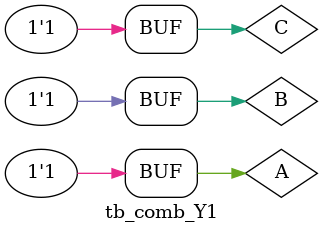
<source format=v>

`include "comb_Y1.v"

module tb_comb_Y1;
    wire Y;
    reg A, B, C;

    comb_Y1 a(Y, A, B, C);

    initial begin
        {A, B, C} = 3'b0;
        repeat(7) #1 {A, B, C} = {A, B, C} + 1'b1;
    end

    initial begin
        $monitor("At time %4t, A=%b, B=%b, C=%b, Y=%b",$time, A, B, C, Y);
    end

endmodule

</source>
